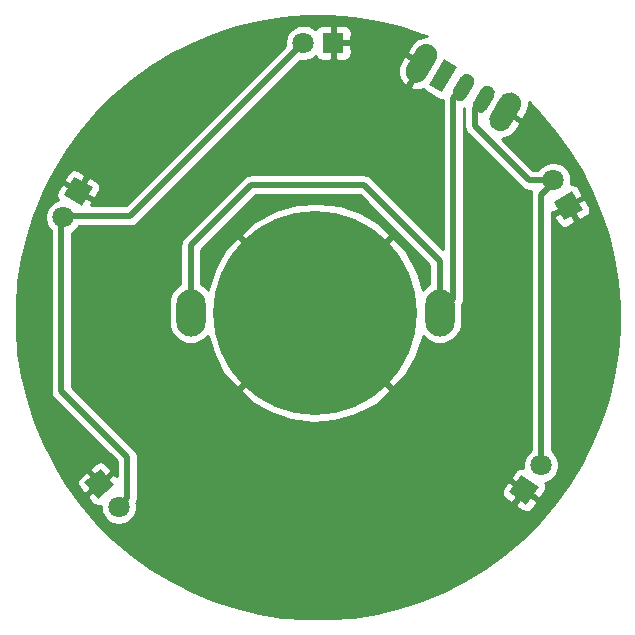
<source format=gbr>
%TF.GenerationSoftware,KiCad,Pcbnew,(5.1.8)-1*%
%TF.CreationDate,2022-03-30T16:06:01-07:00*%
%TF.ProjectId,Alpenglow_Sun_PCB,416c7065-6e67-46c6-9f77-5f53756e5f50,rev?*%
%TF.SameCoordinates,Original*%
%TF.FileFunction,Copper,L2,Bot*%
%TF.FilePolarity,Positive*%
%FSLAX46Y46*%
G04 Gerber Fmt 4.6, Leading zero omitted, Abs format (unit mm)*
G04 Created by KiCad (PCBNEW (5.1.8)-1) date 2022-03-30 16:06:01*
%MOMM*%
%LPD*%
G01*
G04 APERTURE LIST*
%TA.AperFunction,ComponentPad*%
%ADD10R,1.800000X1.800000*%
%TD*%
%TA.AperFunction,ComponentPad*%
%ADD11C,1.800000*%
%TD*%
%TA.AperFunction,ComponentPad*%
%ADD12C,0.100000*%
%TD*%
%TA.AperFunction,SMDPad,CuDef*%
%ADD13C,17.272000*%
%TD*%
%TA.AperFunction,ComponentPad*%
%ADD14O,2.500000X4.000000*%
%TD*%
%TA.AperFunction,Conductor*%
%ADD15C,0.508000*%
%TD*%
%TA.AperFunction,Conductor*%
%ADD16C,0.254000*%
%TD*%
%TA.AperFunction,Conductor*%
%ADD17C,0.100000*%
%TD*%
G04 APERTURE END LIST*
D10*
%TO.P,D1,1*%
%TO.N,GND*%
X153924000Y-66548000D03*
D11*
%TO.P,D1,2*%
%TO.N,Net-(D1-Pad2)*%
X151384000Y-66548000D03*
%TD*%
%TA.AperFunction,ComponentPad*%
D12*
%TO.P,D3,1*%
%TO.N,GND*%
G36*
X175041623Y-80695023D02*
G01*
X173482777Y-81595023D01*
X172582777Y-80036177D01*
X174141623Y-79136177D01*
X175041623Y-80695023D01*
G37*
%TD.AperFunction*%
D11*
%TO.P,D3,2*%
%TO.N,Net-(D1-Pad2)*%
X172542200Y-78165895D03*
%TD*%
%TA.AperFunction,ComponentPad*%
D12*
%TO.P,D2,1*%
%TO.N,GND*%
G36*
X132004577Y-77891577D02*
G01*
X133563423Y-78791577D01*
X132663423Y-80350423D01*
X131104577Y-79450423D01*
X132004577Y-77891577D01*
G37*
%TD.AperFunction*%
D11*
%TO.P,D2,2*%
%TO.N,Net-(D1-Pad2)*%
X131064000Y-81320705D03*
%TD*%
%TA.AperFunction,ComponentPad*%
D12*
%TO.P,D4,1*%
%TO.N,GND*%
G36*
X132844051Y-103775069D02*
G01*
X134222931Y-102618051D01*
X135379949Y-103996931D01*
X134001069Y-105153949D01*
X132844051Y-103775069D01*
G37*
%TD.AperFunction*%
D11*
%TO.P,D4,2*%
%TO.N,Net-(D1-Pad2)*%
X135744681Y-105831753D03*
%TD*%
%TA.AperFunction,ComponentPad*%
D12*
%TO.P,D5,1*%
%TO.N,GND*%
G36*
X170274018Y-105647456D02*
G01*
X168799544Y-104615018D01*
X169831982Y-103140544D01*
X171306456Y-104172982D01*
X170274018Y-105647456D01*
G37*
%TD.AperFunction*%
D11*
%TO.P,D5,2*%
%TO.N,Net-(D1-Pad2)*%
X171509884Y-102313354D03*
%TD*%
%TA.AperFunction,ComponentPad*%
D12*
%TO.P,SW1,1*%
%TO.N,Net-(SW1-Pad1)*%
G36*
X162007083Y-70099532D02*
G01*
X163257083Y-67934468D01*
X164382917Y-68584468D01*
X163132917Y-70749532D01*
X162007083Y-70099532D01*
G37*
%TD.AperFunction*%
%TO.P,SW1,2*%
%TO.N,VCC*%
%TA.AperFunction,ComponentPad*%
G36*
G01*
X164064134Y-70536615D02*
X164664134Y-69497385D01*
G75*
G02*
X165552051Y-69259468I562917J-325000D01*
G01*
X165552051Y-69259468D01*
G75*
G02*
X165789968Y-70147385I-325000J-562917D01*
G01*
X165189968Y-71186615D01*
G75*
G02*
X164302051Y-71424532I-562917J325000D01*
G01*
X164302051Y-71424532D01*
G75*
G02*
X164064134Y-70536615I325000J562917D01*
G01*
G37*
%TD.AperFunction*%
%TO.P,SW1,3*%
%TO.N,Net-(D1-Pad2)*%
%TA.AperFunction,ComponentPad*%
G36*
G01*
X165796185Y-71536615D02*
X166396185Y-70497385D01*
G75*
G02*
X167284102Y-70259468I562917J-325000D01*
G01*
X167284102Y-70259468D01*
G75*
G02*
X167522019Y-71147385I-325000J-562917D01*
G01*
X166922019Y-72186615D01*
G75*
G02*
X166034102Y-72424532I-562917J325000D01*
G01*
X166034102Y-72424532D01*
G75*
G02*
X165796185Y-71536615I325000J562917D01*
G01*
G37*
%TD.AperFunction*%
%TO.P,SW1,*%
%TO.N,GND*%
%TA.AperFunction,ComponentPad*%
G36*
G01*
X160153623Y-68509820D02*
X160953623Y-67124180D01*
G75*
G02*
X162251347Y-66776456I822724J-475000D01*
G01*
X162251347Y-66776456D01*
G75*
G02*
X162599071Y-68074180I-475000J-822724D01*
G01*
X161799071Y-69459820D01*
G75*
G02*
X160501347Y-69807544I-822724J475000D01*
G01*
X160501347Y-69807544D01*
G75*
G02*
X160153623Y-68509820I475000J822724D01*
G01*
G37*
%TD.AperFunction*%
%TA.AperFunction,ComponentPad*%
G36*
G01*
X167255031Y-72609820D02*
X168055031Y-71224180D01*
G75*
G02*
X169352755Y-70876456I822724J-475000D01*
G01*
X169352755Y-70876456D01*
G75*
G02*
X169700479Y-72174180I-475000J-822724D01*
G01*
X168900479Y-73559820D01*
G75*
G02*
X167602755Y-73907544I-822724J475000D01*
G01*
X167602755Y-73907544D01*
G75*
G02*
X167255031Y-72609820I475000J822724D01*
G01*
G37*
%TD.AperFunction*%
%TD*%
D13*
%TO.P,BT1,2*%
%TO.N,GND*%
X152400000Y-89408000D03*
D14*
%TO.P,BT1,1*%
%TO.N,VCC*%
X162941000Y-89408000D03*
X141859000Y-89408000D03*
%TD*%
D15*
%TO.N,VCC*%
X162941000Y-85013800D02*
X162941000Y-89408000D01*
X156514800Y-78587600D02*
X162941000Y-85013800D01*
X141859000Y-83693000D02*
X146964400Y-78587600D01*
X146964400Y-78587600D02*
X156514800Y-78587600D01*
X141859000Y-89408000D02*
X141859000Y-83693000D01*
X164084000Y-88265000D02*
X162941000Y-89408000D01*
X164084000Y-71185051D02*
X164084000Y-88265000D01*
X164927051Y-70342000D02*
X164084000Y-71185051D01*
%TO.N,Net-(D1-Pad2)*%
X130877116Y-81201646D02*
X130877116Y-96028316D01*
X136468883Y-105066647D02*
X135568884Y-105966646D01*
X136468883Y-101620083D02*
X136468883Y-105066647D01*
X130877116Y-96028316D02*
X136468883Y-101620083D01*
X171509884Y-79419682D02*
X172738319Y-78191247D01*
X171509884Y-102313354D02*
X171509884Y-79419682D01*
X136730354Y-81201646D02*
X151384000Y-66548000D01*
X130877116Y-81201646D02*
X136730354Y-81201646D01*
D16*
X165912800Y-72088302D02*
X166659102Y-71342000D01*
D15*
X170494847Y-78191247D02*
X165912800Y-73609200D01*
X165912800Y-73609200D02*
X165912800Y-72088302D01*
X172738319Y-78191247D02*
X170494847Y-78191247D01*
%TD*%
D16*
%TO.N,GND*%
X155602084Y-64451553D02*
X157580793Y-64764950D01*
X159528813Y-65232628D01*
X161434134Y-65851705D01*
X161820203Y-66011620D01*
X161799410Y-66009267D01*
X161488791Y-66035318D01*
X161189222Y-66121466D01*
X160912216Y-66264402D01*
X160668418Y-66458633D01*
X160467197Y-66696694D01*
X160067197Y-67389515D01*
X161329862Y-68118515D01*
X161339862Y-68101194D01*
X161559832Y-68228194D01*
X161549832Y-68245515D01*
X161567153Y-68255515D01*
X161440153Y-68475485D01*
X161422832Y-68465485D01*
X160376040Y-70278582D01*
X160528725Y-70505301D01*
X160643550Y-70539683D01*
X160953284Y-70574733D01*
X161263903Y-70548682D01*
X161496948Y-70481664D01*
X161500867Y-70487966D01*
X161586373Y-70579260D01*
X161688047Y-70652119D01*
X162813881Y-71302119D01*
X162927816Y-71353742D01*
X163049632Y-71382145D01*
X163174649Y-71386238D01*
X163195000Y-71382878D01*
X163195001Y-84010565D01*
X157174299Y-77989864D01*
X157146459Y-77955941D01*
X157011091Y-77844847D01*
X156856651Y-77762297D01*
X156689074Y-77711464D01*
X156558467Y-77698600D01*
X156558460Y-77698600D01*
X156514800Y-77694300D01*
X156471140Y-77698600D01*
X147008060Y-77698600D01*
X146964400Y-77694300D01*
X146920740Y-77698600D01*
X146920733Y-77698600D01*
X146806725Y-77709829D01*
X146790125Y-77711464D01*
X146768078Y-77718152D01*
X146622549Y-77762297D01*
X146468109Y-77844847D01*
X146332741Y-77955941D01*
X146304906Y-77989858D01*
X141261259Y-83033506D01*
X141227342Y-83061341D01*
X141199507Y-83095258D01*
X141199505Y-83095260D01*
X141116248Y-83196709D01*
X141033698Y-83351148D01*
X140982864Y-83518726D01*
X140965700Y-83693000D01*
X140970001Y-83736670D01*
X140970000Y-86995802D01*
X140806683Y-87083097D01*
X140519655Y-87318655D01*
X140284097Y-87605683D01*
X140109061Y-87933153D01*
X140001275Y-88288477D01*
X139974000Y-88565404D01*
X139974000Y-90250597D01*
X140001275Y-90527524D01*
X140109062Y-90882848D01*
X140284098Y-91210317D01*
X140519656Y-91497345D01*
X140806684Y-91732903D01*
X141134153Y-91907939D01*
X141489477Y-92015725D01*
X141859000Y-92052120D01*
X142228524Y-92015725D01*
X142583848Y-91907939D01*
X142911317Y-91732903D01*
X143198345Y-91497345D01*
X143318759Y-91350620D01*
X143704712Y-92751228D01*
X144524021Y-94383355D01*
X144789364Y-94780470D01*
X145835767Y-95792628D01*
X152220395Y-89408000D01*
X145835767Y-83023372D01*
X144789364Y-84035530D01*
X143887484Y-85623522D01*
X143312735Y-87356949D01*
X143301811Y-87444729D01*
X143198345Y-87318655D01*
X142911317Y-87083097D01*
X142748000Y-86995802D01*
X142748000Y-84061235D01*
X143965468Y-82843767D01*
X146015372Y-82843767D01*
X152400000Y-89228395D01*
X158784628Y-82843767D01*
X157772470Y-81797364D01*
X156184478Y-80895484D01*
X154451051Y-80320735D01*
X152638803Y-80095204D01*
X150817378Y-80227558D01*
X149056772Y-80712712D01*
X147424645Y-81532021D01*
X147027530Y-81797364D01*
X146015372Y-82843767D01*
X143965468Y-82843767D01*
X147332636Y-79476600D01*
X156146565Y-79476600D01*
X162052000Y-85382036D01*
X162052000Y-86995802D01*
X161888683Y-87083097D01*
X161601655Y-87318655D01*
X161481241Y-87465380D01*
X161095288Y-86064772D01*
X160275979Y-84432645D01*
X160010636Y-84035530D01*
X158964233Y-83023372D01*
X152579605Y-89408000D01*
X158964233Y-95792628D01*
X160010636Y-94780470D01*
X160912516Y-93192478D01*
X161487265Y-91459051D01*
X161498189Y-91371270D01*
X161601656Y-91497345D01*
X161888684Y-91732903D01*
X162216153Y-91907939D01*
X162571477Y-92015725D01*
X162941000Y-92052120D01*
X163310524Y-92015725D01*
X163665848Y-91907939D01*
X163993317Y-91732903D01*
X164280345Y-91497345D01*
X164515903Y-91210317D01*
X164690939Y-90882848D01*
X164798725Y-90527524D01*
X164826000Y-90250597D01*
X164826000Y-88762209D01*
X164826753Y-88761291D01*
X164909303Y-88606851D01*
X164929296Y-88540942D01*
X164960136Y-88439276D01*
X164963406Y-88406076D01*
X164973000Y-88308667D01*
X164973000Y-88308661D01*
X164977300Y-88265001D01*
X164973000Y-88221341D01*
X164973000Y-72104409D01*
X165023801Y-72085289D01*
X165023800Y-73565540D01*
X165019500Y-73609200D01*
X165023800Y-73652860D01*
X165023800Y-73652866D01*
X165036664Y-73783473D01*
X165087497Y-73951050D01*
X165170047Y-74105490D01*
X165281141Y-74240859D01*
X165315064Y-74268699D01*
X169835353Y-78788989D01*
X169863188Y-78822906D01*
X169998556Y-78934000D01*
X170152996Y-79016550D01*
X170247605Y-79045249D01*
X170320572Y-79067383D01*
X170338920Y-79069190D01*
X170451180Y-79080247D01*
X170451186Y-79080247D01*
X170494846Y-79084547D01*
X170538506Y-79080247D01*
X170683849Y-79080247D01*
X170633748Y-79245408D01*
X170616584Y-79419682D01*
X170620885Y-79463352D01*
X170620884Y-101061237D01*
X170531379Y-101121042D01*
X170317572Y-101334849D01*
X170149585Y-101586259D01*
X170033873Y-101865611D01*
X169974884Y-102162170D01*
X169974884Y-102464538D01*
X169986507Y-102522972D01*
X169970086Y-102517597D01*
X169845901Y-102502624D01*
X169721182Y-102512166D01*
X169600721Y-102545856D01*
X169489146Y-102602399D01*
X169390747Y-102679624D01*
X169309304Y-102774561D01*
X168959501Y-103279487D01*
X168998486Y-103500583D01*
X170021812Y-104217123D01*
X170033283Y-104200740D01*
X170241349Y-104346429D01*
X170229877Y-104362812D01*
X171253202Y-105079352D01*
X171474298Y-105040367D01*
X171829134Y-104538965D01*
X171890491Y-104429963D01*
X171929403Y-104311086D01*
X171944376Y-104186901D01*
X171934834Y-104062182D01*
X171901144Y-103941721D01*
X171844601Y-103830146D01*
X171832179Y-103814318D01*
X171957627Y-103789365D01*
X172236979Y-103673653D01*
X172488389Y-103505666D01*
X172702196Y-103291859D01*
X172870183Y-103040449D01*
X172985895Y-102761097D01*
X173044884Y-102464538D01*
X173044884Y-102162170D01*
X172985895Y-101865611D01*
X172870183Y-101586259D01*
X172702196Y-101334849D01*
X172488389Y-101121042D01*
X172398884Y-101061237D01*
X172398884Y-81380567D01*
X172625726Y-81380567D01*
X172930191Y-81914059D01*
X173003049Y-82015733D01*
X173094343Y-82101240D01*
X173200566Y-82167292D01*
X173317632Y-82211353D01*
X173441045Y-82231728D01*
X173566062Y-82227637D01*
X173687879Y-82199233D01*
X173801813Y-82147609D01*
X174332233Y-81837824D01*
X174390340Y-81620967D01*
X173765715Y-80539085D01*
X172683833Y-81163710D01*
X172625726Y-81380567D01*
X172398884Y-81380567D01*
X172398884Y-80901417D01*
X172556833Y-80943740D01*
X173477686Y-80412085D01*
X173985685Y-80412085D01*
X174610310Y-81493967D01*
X174827167Y-81552074D01*
X175360659Y-81247609D01*
X175462333Y-81174751D01*
X175547840Y-81083457D01*
X175613892Y-80977234D01*
X175657953Y-80860168D01*
X175678328Y-80736755D01*
X175674237Y-80611738D01*
X175645833Y-80489921D01*
X175594209Y-80375987D01*
X175284424Y-79845567D01*
X175067567Y-79787460D01*
X173985685Y-80412085D01*
X173477686Y-80412085D01*
X173638715Y-80319115D01*
X173628715Y-80301794D01*
X173848685Y-80174794D01*
X173858685Y-80192115D01*
X174940567Y-79567490D01*
X174998674Y-79350633D01*
X174694209Y-78817141D01*
X174621351Y-78715467D01*
X174530057Y-78629960D01*
X174423834Y-78563908D01*
X174306768Y-78519847D01*
X174183355Y-78499472D01*
X174058338Y-78503563D01*
X174039219Y-78508021D01*
X174077200Y-78317079D01*
X174077200Y-78014711D01*
X174018211Y-77718152D01*
X173902499Y-77438800D01*
X173734512Y-77187390D01*
X173520705Y-76973583D01*
X173269295Y-76805596D01*
X172989943Y-76689884D01*
X172693384Y-76630895D01*
X172391016Y-76630895D01*
X172094457Y-76689884D01*
X171815105Y-76805596D01*
X171563695Y-76973583D01*
X171349888Y-77187390D01*
X171273143Y-77302247D01*
X170863083Y-77302247D01*
X168221572Y-74660737D01*
X168365311Y-74648682D01*
X168664880Y-74562534D01*
X168941886Y-74419598D01*
X169185684Y-74225367D01*
X169386905Y-73987306D01*
X169786905Y-73294485D01*
X168524240Y-72565485D01*
X168514240Y-72582806D01*
X168294270Y-72455806D01*
X168304270Y-72438485D01*
X168286949Y-72428485D01*
X168413949Y-72208515D01*
X168431270Y-72218515D01*
X168441270Y-72201194D01*
X168661240Y-72328194D01*
X168651240Y-72345515D01*
X169913905Y-73074515D01*
X170313905Y-72381694D01*
X170419462Y-72088401D01*
X170465772Y-71780150D01*
X170456672Y-71587621D01*
X171338925Y-72469874D01*
X172640012Y-73993251D01*
X173817565Y-75614014D01*
X174864325Y-77322171D01*
X175773837Y-79107190D01*
X176540495Y-80958066D01*
X177159572Y-82863387D01*
X177627250Y-84811407D01*
X177940647Y-86790116D01*
X178097829Y-88787313D01*
X178097829Y-90790687D01*
X177940647Y-92787884D01*
X177627250Y-94766593D01*
X177159572Y-96714613D01*
X176540495Y-98619934D01*
X175773837Y-100470810D01*
X174864325Y-102255829D01*
X173817565Y-103963986D01*
X172640012Y-105584749D01*
X171338925Y-107108126D01*
X169922326Y-108524725D01*
X168398949Y-109825812D01*
X166778186Y-111003365D01*
X165070029Y-112050125D01*
X163285010Y-112959637D01*
X161434134Y-113726295D01*
X159528813Y-114345372D01*
X157580793Y-114813050D01*
X155602084Y-115126447D01*
X153604887Y-115283629D01*
X151601513Y-115283629D01*
X149604316Y-115126447D01*
X147625607Y-114813050D01*
X145677587Y-114345372D01*
X143772266Y-113726295D01*
X141921390Y-112959637D01*
X140136371Y-112050125D01*
X138428214Y-111003365D01*
X136807451Y-109825812D01*
X135284074Y-108524725D01*
X133867475Y-107108126D01*
X132566388Y-105584749D01*
X131388835Y-103963986D01*
X131238988Y-103719457D01*
X132208407Y-103719457D01*
X132209772Y-103844533D01*
X132235511Y-103966941D01*
X132284636Y-104081974D01*
X132355260Y-104185214D01*
X132752445Y-104653782D01*
X132976097Y-104673349D01*
X133933078Y-103870346D01*
X133130076Y-102913365D01*
X132906424Y-102893798D01*
X132433906Y-103286277D01*
X132346428Y-103375685D01*
X132278074Y-103480440D01*
X132231470Y-103596518D01*
X132208407Y-103719457D01*
X131238988Y-103719457D01*
X130644964Y-102750097D01*
X133324651Y-102750097D01*
X134127654Y-103707078D01*
X135084635Y-102904076D01*
X135104202Y-102680424D01*
X134711723Y-102207906D01*
X134622315Y-102120428D01*
X134517560Y-102052074D01*
X134401482Y-102005470D01*
X134278543Y-101982407D01*
X134153467Y-101983772D01*
X134031059Y-102009511D01*
X133916026Y-102058636D01*
X133812786Y-102129260D01*
X133344218Y-102526445D01*
X133324651Y-102750097D01*
X130644964Y-102750097D01*
X130342075Y-102255829D01*
X129432563Y-100470810D01*
X128665905Y-98619934D01*
X128046828Y-96714613D01*
X127579150Y-94766593D01*
X127265753Y-92787884D01*
X127108571Y-90790687D01*
X127108571Y-88787313D01*
X127265753Y-86790116D01*
X127579150Y-84811407D01*
X128046828Y-82863387D01*
X128597199Y-81169521D01*
X129529000Y-81169521D01*
X129529000Y-81471889D01*
X129587989Y-81768448D01*
X129703701Y-82047800D01*
X129871688Y-82299210D01*
X129988116Y-82415638D01*
X129988117Y-95984646D01*
X129983816Y-96028316D01*
X130000980Y-96202590D01*
X130051814Y-96370168D01*
X130134364Y-96524607D01*
X130245458Y-96659975D01*
X130279375Y-96687810D01*
X135579883Y-101988319D01*
X135579883Y-103246016D01*
X135471555Y-103118218D01*
X135247903Y-103098651D01*
X134290922Y-103901654D01*
X134303777Y-103916974D01*
X134109202Y-104080243D01*
X134096346Y-104064922D01*
X133139365Y-104867924D01*
X133119798Y-105091576D01*
X133512277Y-105564094D01*
X133601685Y-105651572D01*
X133706440Y-105719926D01*
X133822518Y-105766530D01*
X133945457Y-105789593D01*
X134070533Y-105788228D01*
X134192941Y-105762489D01*
X134209681Y-105755340D01*
X134209681Y-105982937D01*
X134268670Y-106279496D01*
X134384382Y-106558848D01*
X134552369Y-106810258D01*
X134766176Y-107024065D01*
X135017586Y-107192052D01*
X135296938Y-107307764D01*
X135593497Y-107366753D01*
X135895865Y-107366753D01*
X136192424Y-107307764D01*
X136471776Y-107192052D01*
X136723186Y-107024065D01*
X136936993Y-106810258D01*
X137104980Y-106558848D01*
X137220692Y-106279496D01*
X137279681Y-105982937D01*
X137279681Y-105680569D01*
X137262502Y-105594202D01*
X169367648Y-105594202D01*
X169406633Y-105815298D01*
X169908035Y-106170134D01*
X170017037Y-106231491D01*
X170135914Y-106270403D01*
X170260099Y-106285376D01*
X170384818Y-106275834D01*
X170505279Y-106242144D01*
X170616854Y-106185601D01*
X170715253Y-106108376D01*
X170796696Y-106013439D01*
X171146499Y-105508513D01*
X171107514Y-105287417D01*
X170084188Y-104570877D01*
X169367648Y-105594202D01*
X137262502Y-105594202D01*
X137244174Y-105502063D01*
X137294186Y-105408498D01*
X137330915Y-105287417D01*
X137345019Y-105240922D01*
X137355186Y-105137696D01*
X137357883Y-105110314D01*
X137357883Y-105110307D01*
X137362183Y-105066647D01*
X137357883Y-105022987D01*
X137357883Y-104601099D01*
X168161624Y-104601099D01*
X168171166Y-104725818D01*
X168204856Y-104846279D01*
X168261399Y-104957854D01*
X168338624Y-105056253D01*
X168433561Y-105137696D01*
X168938487Y-105487499D01*
X169159583Y-105448514D01*
X169876123Y-104425188D01*
X168852798Y-103708648D01*
X168631702Y-103747633D01*
X168276866Y-104249035D01*
X168215509Y-104358037D01*
X168176597Y-104476914D01*
X168161624Y-104601099D01*
X137357883Y-104601099D01*
X137357883Y-101663743D01*
X137362183Y-101620083D01*
X137357883Y-101576423D01*
X137357883Y-101576416D01*
X137345019Y-101445809D01*
X137294186Y-101278232D01*
X137211636Y-101123792D01*
X137100542Y-100988424D01*
X137066626Y-100960590D01*
X132078269Y-95972233D01*
X146015372Y-95972233D01*
X147027530Y-97018636D01*
X148615522Y-97920516D01*
X150348949Y-98495265D01*
X152161197Y-98720796D01*
X153982622Y-98588442D01*
X155743228Y-98103288D01*
X157375355Y-97283979D01*
X157772470Y-97018636D01*
X158784628Y-95972233D01*
X152400000Y-89587605D01*
X146015372Y-95972233D01*
X132078269Y-95972233D01*
X131766116Y-95660081D01*
X131766116Y-82691351D01*
X131791095Y-82681004D01*
X132042505Y-82513017D01*
X132256312Y-82299210D01*
X132395670Y-82090646D01*
X136686694Y-82090646D01*
X136730354Y-82094946D01*
X136774014Y-82090646D01*
X136774021Y-82090646D01*
X136904628Y-82077782D01*
X137072205Y-82026949D01*
X137226645Y-81944399D01*
X137362013Y-81833305D01*
X137389853Y-81799382D01*
X150285385Y-68903850D01*
X159388330Y-68903850D01*
X159403047Y-69215212D01*
X159478225Y-69517720D01*
X159610974Y-69799750D01*
X159796195Y-70050462D01*
X159883383Y-70132713D01*
X160156070Y-70151582D01*
X161202862Y-68338485D01*
X159940197Y-67609485D01*
X159540197Y-68302306D01*
X159434640Y-68595599D01*
X159388330Y-68903850D01*
X150285385Y-68903850D01*
X151127237Y-68061999D01*
X151232816Y-68083000D01*
X151535184Y-68083000D01*
X151831743Y-68024011D01*
X152111095Y-67908299D01*
X152362505Y-67740312D01*
X152428944Y-67673873D01*
X152434498Y-67692180D01*
X152493463Y-67802494D01*
X152572815Y-67899185D01*
X152669506Y-67978537D01*
X152779820Y-68037502D01*
X152899518Y-68073812D01*
X153024000Y-68086072D01*
X153638250Y-68083000D01*
X153797000Y-67924250D01*
X153797000Y-66675000D01*
X154051000Y-66675000D01*
X154051000Y-67924250D01*
X154209750Y-68083000D01*
X154824000Y-68086072D01*
X154948482Y-68073812D01*
X155068180Y-68037502D01*
X155178494Y-67978537D01*
X155275185Y-67899185D01*
X155354537Y-67802494D01*
X155413502Y-67692180D01*
X155449812Y-67572482D01*
X155462072Y-67448000D01*
X155459000Y-66833750D01*
X155300250Y-66675000D01*
X154051000Y-66675000D01*
X153797000Y-66675000D01*
X153777000Y-66675000D01*
X153777000Y-66421000D01*
X153797000Y-66421000D01*
X153797000Y-65171750D01*
X154051000Y-65171750D01*
X154051000Y-66421000D01*
X155300250Y-66421000D01*
X155459000Y-66262250D01*
X155462072Y-65648000D01*
X155449812Y-65523518D01*
X155413502Y-65403820D01*
X155354537Y-65293506D01*
X155275185Y-65196815D01*
X155178494Y-65117463D01*
X155068180Y-65058498D01*
X154948482Y-65022188D01*
X154824000Y-65009928D01*
X154209750Y-65013000D01*
X154051000Y-65171750D01*
X153797000Y-65171750D01*
X153638250Y-65013000D01*
X153024000Y-65009928D01*
X152899518Y-65022188D01*
X152779820Y-65058498D01*
X152669506Y-65117463D01*
X152572815Y-65196815D01*
X152493463Y-65293506D01*
X152434498Y-65403820D01*
X152428944Y-65422127D01*
X152362505Y-65355688D01*
X152111095Y-65187701D01*
X151831743Y-65071989D01*
X151535184Y-65013000D01*
X151232816Y-65013000D01*
X150936257Y-65071989D01*
X150656905Y-65187701D01*
X150405495Y-65355688D01*
X150191688Y-65569495D01*
X150023701Y-65820905D01*
X149907989Y-66100257D01*
X149849000Y-66396816D01*
X149849000Y-66699184D01*
X149870001Y-66804763D01*
X136362119Y-80312646D01*
X133419643Y-80312646D01*
X133520474Y-80135967D01*
X133462367Y-79919110D01*
X132380485Y-79294485D01*
X132370485Y-79311806D01*
X132150515Y-79184806D01*
X132160515Y-79167485D01*
X131999487Y-79074515D01*
X132507485Y-79074515D01*
X133589367Y-79699140D01*
X133806224Y-79641033D01*
X134116009Y-79110613D01*
X134167633Y-78996679D01*
X134196037Y-78874862D01*
X134200128Y-78749845D01*
X134179753Y-78626432D01*
X134135692Y-78509366D01*
X134069640Y-78403143D01*
X133984133Y-78311849D01*
X133882459Y-78238991D01*
X133348967Y-77934526D01*
X133132110Y-77992633D01*
X132507485Y-79074515D01*
X131999487Y-79074515D01*
X131078633Y-78542860D01*
X130861776Y-78600967D01*
X130551991Y-79131387D01*
X130500367Y-79245321D01*
X130471963Y-79367138D01*
X130467872Y-79492155D01*
X130488247Y-79615568D01*
X130532308Y-79732634D01*
X130598360Y-79838857D01*
X130607301Y-79848404D01*
X130336905Y-79960406D01*
X130085495Y-80128393D01*
X129871688Y-80342200D01*
X129703701Y-80593610D01*
X129587989Y-80872962D01*
X129529000Y-81169521D01*
X128597199Y-81169521D01*
X128665905Y-80958066D01*
X129432563Y-79107190D01*
X129942677Y-78106033D01*
X131147526Y-78106033D01*
X131205633Y-78322890D01*
X132287515Y-78947515D01*
X132912140Y-77865633D01*
X132854033Y-77648776D01*
X132323613Y-77338991D01*
X132209679Y-77287367D01*
X132087862Y-77258963D01*
X131962845Y-77254872D01*
X131839432Y-77275247D01*
X131722366Y-77319308D01*
X131616143Y-77385360D01*
X131524849Y-77470867D01*
X131451991Y-77572541D01*
X131147526Y-78106033D01*
X129942677Y-78106033D01*
X130342075Y-77322171D01*
X131388835Y-75614014D01*
X132566388Y-73993251D01*
X133867475Y-72469874D01*
X135284074Y-71053275D01*
X136807451Y-69752188D01*
X138428214Y-68574635D01*
X140136371Y-67527875D01*
X141921390Y-66618363D01*
X143772266Y-65851705D01*
X145677587Y-65232628D01*
X147625607Y-64764950D01*
X149604316Y-64451553D01*
X151601513Y-64294371D01*
X153604887Y-64294371D01*
X155602084Y-64451553D01*
%TA.AperFunction,Conductor*%
D17*
G36*
X155602084Y-64451553D02*
G01*
X157580793Y-64764950D01*
X159528813Y-65232628D01*
X161434134Y-65851705D01*
X161820203Y-66011620D01*
X161799410Y-66009267D01*
X161488791Y-66035318D01*
X161189222Y-66121466D01*
X160912216Y-66264402D01*
X160668418Y-66458633D01*
X160467197Y-66696694D01*
X160067197Y-67389515D01*
X161329862Y-68118515D01*
X161339862Y-68101194D01*
X161559832Y-68228194D01*
X161549832Y-68245515D01*
X161567153Y-68255515D01*
X161440153Y-68475485D01*
X161422832Y-68465485D01*
X160376040Y-70278582D01*
X160528725Y-70505301D01*
X160643550Y-70539683D01*
X160953284Y-70574733D01*
X161263903Y-70548682D01*
X161496948Y-70481664D01*
X161500867Y-70487966D01*
X161586373Y-70579260D01*
X161688047Y-70652119D01*
X162813881Y-71302119D01*
X162927816Y-71353742D01*
X163049632Y-71382145D01*
X163174649Y-71386238D01*
X163195000Y-71382878D01*
X163195001Y-84010565D01*
X157174299Y-77989864D01*
X157146459Y-77955941D01*
X157011091Y-77844847D01*
X156856651Y-77762297D01*
X156689074Y-77711464D01*
X156558467Y-77698600D01*
X156558460Y-77698600D01*
X156514800Y-77694300D01*
X156471140Y-77698600D01*
X147008060Y-77698600D01*
X146964400Y-77694300D01*
X146920740Y-77698600D01*
X146920733Y-77698600D01*
X146806725Y-77709829D01*
X146790125Y-77711464D01*
X146768078Y-77718152D01*
X146622549Y-77762297D01*
X146468109Y-77844847D01*
X146332741Y-77955941D01*
X146304906Y-77989858D01*
X141261259Y-83033506D01*
X141227342Y-83061341D01*
X141199507Y-83095258D01*
X141199505Y-83095260D01*
X141116248Y-83196709D01*
X141033698Y-83351148D01*
X140982864Y-83518726D01*
X140965700Y-83693000D01*
X140970001Y-83736670D01*
X140970000Y-86995802D01*
X140806683Y-87083097D01*
X140519655Y-87318655D01*
X140284097Y-87605683D01*
X140109061Y-87933153D01*
X140001275Y-88288477D01*
X139974000Y-88565404D01*
X139974000Y-90250597D01*
X140001275Y-90527524D01*
X140109062Y-90882848D01*
X140284098Y-91210317D01*
X140519656Y-91497345D01*
X140806684Y-91732903D01*
X141134153Y-91907939D01*
X141489477Y-92015725D01*
X141859000Y-92052120D01*
X142228524Y-92015725D01*
X142583848Y-91907939D01*
X142911317Y-91732903D01*
X143198345Y-91497345D01*
X143318759Y-91350620D01*
X143704712Y-92751228D01*
X144524021Y-94383355D01*
X144789364Y-94780470D01*
X145835767Y-95792628D01*
X152220395Y-89408000D01*
X145835767Y-83023372D01*
X144789364Y-84035530D01*
X143887484Y-85623522D01*
X143312735Y-87356949D01*
X143301811Y-87444729D01*
X143198345Y-87318655D01*
X142911317Y-87083097D01*
X142748000Y-86995802D01*
X142748000Y-84061235D01*
X143965468Y-82843767D01*
X146015372Y-82843767D01*
X152400000Y-89228395D01*
X158784628Y-82843767D01*
X157772470Y-81797364D01*
X156184478Y-80895484D01*
X154451051Y-80320735D01*
X152638803Y-80095204D01*
X150817378Y-80227558D01*
X149056772Y-80712712D01*
X147424645Y-81532021D01*
X147027530Y-81797364D01*
X146015372Y-82843767D01*
X143965468Y-82843767D01*
X147332636Y-79476600D01*
X156146565Y-79476600D01*
X162052000Y-85382036D01*
X162052000Y-86995802D01*
X161888683Y-87083097D01*
X161601655Y-87318655D01*
X161481241Y-87465380D01*
X161095288Y-86064772D01*
X160275979Y-84432645D01*
X160010636Y-84035530D01*
X158964233Y-83023372D01*
X152579605Y-89408000D01*
X158964233Y-95792628D01*
X160010636Y-94780470D01*
X160912516Y-93192478D01*
X161487265Y-91459051D01*
X161498189Y-91371270D01*
X161601656Y-91497345D01*
X161888684Y-91732903D01*
X162216153Y-91907939D01*
X162571477Y-92015725D01*
X162941000Y-92052120D01*
X163310524Y-92015725D01*
X163665848Y-91907939D01*
X163993317Y-91732903D01*
X164280345Y-91497345D01*
X164515903Y-91210317D01*
X164690939Y-90882848D01*
X164798725Y-90527524D01*
X164826000Y-90250597D01*
X164826000Y-88762209D01*
X164826753Y-88761291D01*
X164909303Y-88606851D01*
X164929296Y-88540942D01*
X164960136Y-88439276D01*
X164963406Y-88406076D01*
X164973000Y-88308667D01*
X164973000Y-88308661D01*
X164977300Y-88265001D01*
X164973000Y-88221341D01*
X164973000Y-72104409D01*
X165023801Y-72085289D01*
X165023800Y-73565540D01*
X165019500Y-73609200D01*
X165023800Y-73652860D01*
X165023800Y-73652866D01*
X165036664Y-73783473D01*
X165087497Y-73951050D01*
X165170047Y-74105490D01*
X165281141Y-74240859D01*
X165315064Y-74268699D01*
X169835353Y-78788989D01*
X169863188Y-78822906D01*
X169998556Y-78934000D01*
X170152996Y-79016550D01*
X170247605Y-79045249D01*
X170320572Y-79067383D01*
X170338920Y-79069190D01*
X170451180Y-79080247D01*
X170451186Y-79080247D01*
X170494846Y-79084547D01*
X170538506Y-79080247D01*
X170683849Y-79080247D01*
X170633748Y-79245408D01*
X170616584Y-79419682D01*
X170620885Y-79463352D01*
X170620884Y-101061237D01*
X170531379Y-101121042D01*
X170317572Y-101334849D01*
X170149585Y-101586259D01*
X170033873Y-101865611D01*
X169974884Y-102162170D01*
X169974884Y-102464538D01*
X169986507Y-102522972D01*
X169970086Y-102517597D01*
X169845901Y-102502624D01*
X169721182Y-102512166D01*
X169600721Y-102545856D01*
X169489146Y-102602399D01*
X169390747Y-102679624D01*
X169309304Y-102774561D01*
X168959501Y-103279487D01*
X168998486Y-103500583D01*
X170021812Y-104217123D01*
X170033283Y-104200740D01*
X170241349Y-104346429D01*
X170229877Y-104362812D01*
X171253202Y-105079352D01*
X171474298Y-105040367D01*
X171829134Y-104538965D01*
X171890491Y-104429963D01*
X171929403Y-104311086D01*
X171944376Y-104186901D01*
X171934834Y-104062182D01*
X171901144Y-103941721D01*
X171844601Y-103830146D01*
X171832179Y-103814318D01*
X171957627Y-103789365D01*
X172236979Y-103673653D01*
X172488389Y-103505666D01*
X172702196Y-103291859D01*
X172870183Y-103040449D01*
X172985895Y-102761097D01*
X173044884Y-102464538D01*
X173044884Y-102162170D01*
X172985895Y-101865611D01*
X172870183Y-101586259D01*
X172702196Y-101334849D01*
X172488389Y-101121042D01*
X172398884Y-101061237D01*
X172398884Y-81380567D01*
X172625726Y-81380567D01*
X172930191Y-81914059D01*
X173003049Y-82015733D01*
X173094343Y-82101240D01*
X173200566Y-82167292D01*
X173317632Y-82211353D01*
X173441045Y-82231728D01*
X173566062Y-82227637D01*
X173687879Y-82199233D01*
X173801813Y-82147609D01*
X174332233Y-81837824D01*
X174390340Y-81620967D01*
X173765715Y-80539085D01*
X172683833Y-81163710D01*
X172625726Y-81380567D01*
X172398884Y-81380567D01*
X172398884Y-80901417D01*
X172556833Y-80943740D01*
X173477686Y-80412085D01*
X173985685Y-80412085D01*
X174610310Y-81493967D01*
X174827167Y-81552074D01*
X175360659Y-81247609D01*
X175462333Y-81174751D01*
X175547840Y-81083457D01*
X175613892Y-80977234D01*
X175657953Y-80860168D01*
X175678328Y-80736755D01*
X175674237Y-80611738D01*
X175645833Y-80489921D01*
X175594209Y-80375987D01*
X175284424Y-79845567D01*
X175067567Y-79787460D01*
X173985685Y-80412085D01*
X173477686Y-80412085D01*
X173638715Y-80319115D01*
X173628715Y-80301794D01*
X173848685Y-80174794D01*
X173858685Y-80192115D01*
X174940567Y-79567490D01*
X174998674Y-79350633D01*
X174694209Y-78817141D01*
X174621351Y-78715467D01*
X174530057Y-78629960D01*
X174423834Y-78563908D01*
X174306768Y-78519847D01*
X174183355Y-78499472D01*
X174058338Y-78503563D01*
X174039219Y-78508021D01*
X174077200Y-78317079D01*
X174077200Y-78014711D01*
X174018211Y-77718152D01*
X173902499Y-77438800D01*
X173734512Y-77187390D01*
X173520705Y-76973583D01*
X173269295Y-76805596D01*
X172989943Y-76689884D01*
X172693384Y-76630895D01*
X172391016Y-76630895D01*
X172094457Y-76689884D01*
X171815105Y-76805596D01*
X171563695Y-76973583D01*
X171349888Y-77187390D01*
X171273143Y-77302247D01*
X170863083Y-77302247D01*
X168221572Y-74660737D01*
X168365311Y-74648682D01*
X168664880Y-74562534D01*
X168941886Y-74419598D01*
X169185684Y-74225367D01*
X169386905Y-73987306D01*
X169786905Y-73294485D01*
X168524240Y-72565485D01*
X168514240Y-72582806D01*
X168294270Y-72455806D01*
X168304270Y-72438485D01*
X168286949Y-72428485D01*
X168413949Y-72208515D01*
X168431270Y-72218515D01*
X168441270Y-72201194D01*
X168661240Y-72328194D01*
X168651240Y-72345515D01*
X169913905Y-73074515D01*
X170313905Y-72381694D01*
X170419462Y-72088401D01*
X170465772Y-71780150D01*
X170456672Y-71587621D01*
X171338925Y-72469874D01*
X172640012Y-73993251D01*
X173817565Y-75614014D01*
X174864325Y-77322171D01*
X175773837Y-79107190D01*
X176540495Y-80958066D01*
X177159572Y-82863387D01*
X177627250Y-84811407D01*
X177940647Y-86790116D01*
X178097829Y-88787313D01*
X178097829Y-90790687D01*
X177940647Y-92787884D01*
X177627250Y-94766593D01*
X177159572Y-96714613D01*
X176540495Y-98619934D01*
X175773837Y-100470810D01*
X174864325Y-102255829D01*
X173817565Y-103963986D01*
X172640012Y-105584749D01*
X171338925Y-107108126D01*
X169922326Y-108524725D01*
X168398949Y-109825812D01*
X166778186Y-111003365D01*
X165070029Y-112050125D01*
X163285010Y-112959637D01*
X161434134Y-113726295D01*
X159528813Y-114345372D01*
X157580793Y-114813050D01*
X155602084Y-115126447D01*
X153604887Y-115283629D01*
X151601513Y-115283629D01*
X149604316Y-115126447D01*
X147625607Y-114813050D01*
X145677587Y-114345372D01*
X143772266Y-113726295D01*
X141921390Y-112959637D01*
X140136371Y-112050125D01*
X138428214Y-111003365D01*
X136807451Y-109825812D01*
X135284074Y-108524725D01*
X133867475Y-107108126D01*
X132566388Y-105584749D01*
X131388835Y-103963986D01*
X131238988Y-103719457D01*
X132208407Y-103719457D01*
X132209772Y-103844533D01*
X132235511Y-103966941D01*
X132284636Y-104081974D01*
X132355260Y-104185214D01*
X132752445Y-104653782D01*
X132976097Y-104673349D01*
X133933078Y-103870346D01*
X133130076Y-102913365D01*
X132906424Y-102893798D01*
X132433906Y-103286277D01*
X132346428Y-103375685D01*
X132278074Y-103480440D01*
X132231470Y-103596518D01*
X132208407Y-103719457D01*
X131238988Y-103719457D01*
X130644964Y-102750097D01*
X133324651Y-102750097D01*
X134127654Y-103707078D01*
X135084635Y-102904076D01*
X135104202Y-102680424D01*
X134711723Y-102207906D01*
X134622315Y-102120428D01*
X134517560Y-102052074D01*
X134401482Y-102005470D01*
X134278543Y-101982407D01*
X134153467Y-101983772D01*
X134031059Y-102009511D01*
X133916026Y-102058636D01*
X133812786Y-102129260D01*
X133344218Y-102526445D01*
X133324651Y-102750097D01*
X130644964Y-102750097D01*
X130342075Y-102255829D01*
X129432563Y-100470810D01*
X128665905Y-98619934D01*
X128046828Y-96714613D01*
X127579150Y-94766593D01*
X127265753Y-92787884D01*
X127108571Y-90790687D01*
X127108571Y-88787313D01*
X127265753Y-86790116D01*
X127579150Y-84811407D01*
X128046828Y-82863387D01*
X128597199Y-81169521D01*
X129529000Y-81169521D01*
X129529000Y-81471889D01*
X129587989Y-81768448D01*
X129703701Y-82047800D01*
X129871688Y-82299210D01*
X129988116Y-82415638D01*
X129988117Y-95984646D01*
X129983816Y-96028316D01*
X130000980Y-96202590D01*
X130051814Y-96370168D01*
X130134364Y-96524607D01*
X130245458Y-96659975D01*
X130279375Y-96687810D01*
X135579883Y-101988319D01*
X135579883Y-103246016D01*
X135471555Y-103118218D01*
X135247903Y-103098651D01*
X134290922Y-103901654D01*
X134303777Y-103916974D01*
X134109202Y-104080243D01*
X134096346Y-104064922D01*
X133139365Y-104867924D01*
X133119798Y-105091576D01*
X133512277Y-105564094D01*
X133601685Y-105651572D01*
X133706440Y-105719926D01*
X133822518Y-105766530D01*
X133945457Y-105789593D01*
X134070533Y-105788228D01*
X134192941Y-105762489D01*
X134209681Y-105755340D01*
X134209681Y-105982937D01*
X134268670Y-106279496D01*
X134384382Y-106558848D01*
X134552369Y-106810258D01*
X134766176Y-107024065D01*
X135017586Y-107192052D01*
X135296938Y-107307764D01*
X135593497Y-107366753D01*
X135895865Y-107366753D01*
X136192424Y-107307764D01*
X136471776Y-107192052D01*
X136723186Y-107024065D01*
X136936993Y-106810258D01*
X137104980Y-106558848D01*
X137220692Y-106279496D01*
X137279681Y-105982937D01*
X137279681Y-105680569D01*
X137262502Y-105594202D01*
X169367648Y-105594202D01*
X169406633Y-105815298D01*
X169908035Y-106170134D01*
X170017037Y-106231491D01*
X170135914Y-106270403D01*
X170260099Y-106285376D01*
X170384818Y-106275834D01*
X170505279Y-106242144D01*
X170616854Y-106185601D01*
X170715253Y-106108376D01*
X170796696Y-106013439D01*
X171146499Y-105508513D01*
X171107514Y-105287417D01*
X170084188Y-104570877D01*
X169367648Y-105594202D01*
X137262502Y-105594202D01*
X137244174Y-105502063D01*
X137294186Y-105408498D01*
X137330915Y-105287417D01*
X137345019Y-105240922D01*
X137355186Y-105137696D01*
X137357883Y-105110314D01*
X137357883Y-105110307D01*
X137362183Y-105066647D01*
X137357883Y-105022987D01*
X137357883Y-104601099D01*
X168161624Y-104601099D01*
X168171166Y-104725818D01*
X168204856Y-104846279D01*
X168261399Y-104957854D01*
X168338624Y-105056253D01*
X168433561Y-105137696D01*
X168938487Y-105487499D01*
X169159583Y-105448514D01*
X169876123Y-104425188D01*
X168852798Y-103708648D01*
X168631702Y-103747633D01*
X168276866Y-104249035D01*
X168215509Y-104358037D01*
X168176597Y-104476914D01*
X168161624Y-104601099D01*
X137357883Y-104601099D01*
X137357883Y-101663743D01*
X137362183Y-101620083D01*
X137357883Y-101576423D01*
X137357883Y-101576416D01*
X137345019Y-101445809D01*
X137294186Y-101278232D01*
X137211636Y-101123792D01*
X137100542Y-100988424D01*
X137066626Y-100960590D01*
X132078269Y-95972233D01*
X146015372Y-95972233D01*
X147027530Y-97018636D01*
X148615522Y-97920516D01*
X150348949Y-98495265D01*
X152161197Y-98720796D01*
X153982622Y-98588442D01*
X155743228Y-98103288D01*
X157375355Y-97283979D01*
X157772470Y-97018636D01*
X158784628Y-95972233D01*
X152400000Y-89587605D01*
X146015372Y-95972233D01*
X132078269Y-95972233D01*
X131766116Y-95660081D01*
X131766116Y-82691351D01*
X131791095Y-82681004D01*
X132042505Y-82513017D01*
X132256312Y-82299210D01*
X132395670Y-82090646D01*
X136686694Y-82090646D01*
X136730354Y-82094946D01*
X136774014Y-82090646D01*
X136774021Y-82090646D01*
X136904628Y-82077782D01*
X137072205Y-82026949D01*
X137226645Y-81944399D01*
X137362013Y-81833305D01*
X137389853Y-81799382D01*
X150285385Y-68903850D01*
X159388330Y-68903850D01*
X159403047Y-69215212D01*
X159478225Y-69517720D01*
X159610974Y-69799750D01*
X159796195Y-70050462D01*
X159883383Y-70132713D01*
X160156070Y-70151582D01*
X161202862Y-68338485D01*
X159940197Y-67609485D01*
X159540197Y-68302306D01*
X159434640Y-68595599D01*
X159388330Y-68903850D01*
X150285385Y-68903850D01*
X151127237Y-68061999D01*
X151232816Y-68083000D01*
X151535184Y-68083000D01*
X151831743Y-68024011D01*
X152111095Y-67908299D01*
X152362505Y-67740312D01*
X152428944Y-67673873D01*
X152434498Y-67692180D01*
X152493463Y-67802494D01*
X152572815Y-67899185D01*
X152669506Y-67978537D01*
X152779820Y-68037502D01*
X152899518Y-68073812D01*
X153024000Y-68086072D01*
X153638250Y-68083000D01*
X153797000Y-67924250D01*
X153797000Y-66675000D01*
X154051000Y-66675000D01*
X154051000Y-67924250D01*
X154209750Y-68083000D01*
X154824000Y-68086072D01*
X154948482Y-68073812D01*
X155068180Y-68037502D01*
X155178494Y-67978537D01*
X155275185Y-67899185D01*
X155354537Y-67802494D01*
X155413502Y-67692180D01*
X155449812Y-67572482D01*
X155462072Y-67448000D01*
X155459000Y-66833750D01*
X155300250Y-66675000D01*
X154051000Y-66675000D01*
X153797000Y-66675000D01*
X153777000Y-66675000D01*
X153777000Y-66421000D01*
X153797000Y-66421000D01*
X153797000Y-65171750D01*
X154051000Y-65171750D01*
X154051000Y-66421000D01*
X155300250Y-66421000D01*
X155459000Y-66262250D01*
X155462072Y-65648000D01*
X155449812Y-65523518D01*
X155413502Y-65403820D01*
X155354537Y-65293506D01*
X155275185Y-65196815D01*
X155178494Y-65117463D01*
X155068180Y-65058498D01*
X154948482Y-65022188D01*
X154824000Y-65009928D01*
X154209750Y-65013000D01*
X154051000Y-65171750D01*
X153797000Y-65171750D01*
X153638250Y-65013000D01*
X153024000Y-65009928D01*
X152899518Y-65022188D01*
X152779820Y-65058498D01*
X152669506Y-65117463D01*
X152572815Y-65196815D01*
X152493463Y-65293506D01*
X152434498Y-65403820D01*
X152428944Y-65422127D01*
X152362505Y-65355688D01*
X152111095Y-65187701D01*
X151831743Y-65071989D01*
X151535184Y-65013000D01*
X151232816Y-65013000D01*
X150936257Y-65071989D01*
X150656905Y-65187701D01*
X150405495Y-65355688D01*
X150191688Y-65569495D01*
X150023701Y-65820905D01*
X149907989Y-66100257D01*
X149849000Y-66396816D01*
X149849000Y-66699184D01*
X149870001Y-66804763D01*
X136362119Y-80312646D01*
X133419643Y-80312646D01*
X133520474Y-80135967D01*
X133462367Y-79919110D01*
X132380485Y-79294485D01*
X132370485Y-79311806D01*
X132150515Y-79184806D01*
X132160515Y-79167485D01*
X131999487Y-79074515D01*
X132507485Y-79074515D01*
X133589367Y-79699140D01*
X133806224Y-79641033D01*
X134116009Y-79110613D01*
X134167633Y-78996679D01*
X134196037Y-78874862D01*
X134200128Y-78749845D01*
X134179753Y-78626432D01*
X134135692Y-78509366D01*
X134069640Y-78403143D01*
X133984133Y-78311849D01*
X133882459Y-78238991D01*
X133348967Y-77934526D01*
X133132110Y-77992633D01*
X132507485Y-79074515D01*
X131999487Y-79074515D01*
X131078633Y-78542860D01*
X130861776Y-78600967D01*
X130551991Y-79131387D01*
X130500367Y-79245321D01*
X130471963Y-79367138D01*
X130467872Y-79492155D01*
X130488247Y-79615568D01*
X130532308Y-79732634D01*
X130598360Y-79838857D01*
X130607301Y-79848404D01*
X130336905Y-79960406D01*
X130085495Y-80128393D01*
X129871688Y-80342200D01*
X129703701Y-80593610D01*
X129587989Y-80872962D01*
X129529000Y-81169521D01*
X128597199Y-81169521D01*
X128665905Y-80958066D01*
X129432563Y-79107190D01*
X129942677Y-78106033D01*
X131147526Y-78106033D01*
X131205633Y-78322890D01*
X132287515Y-78947515D01*
X132912140Y-77865633D01*
X132854033Y-77648776D01*
X132323613Y-77338991D01*
X132209679Y-77287367D01*
X132087862Y-77258963D01*
X131962845Y-77254872D01*
X131839432Y-77275247D01*
X131722366Y-77319308D01*
X131616143Y-77385360D01*
X131524849Y-77470867D01*
X131451991Y-77572541D01*
X131147526Y-78106033D01*
X129942677Y-78106033D01*
X130342075Y-77322171D01*
X131388835Y-75614014D01*
X132566388Y-73993251D01*
X133867475Y-72469874D01*
X135284074Y-71053275D01*
X136807451Y-69752188D01*
X138428214Y-68574635D01*
X140136371Y-67527875D01*
X141921390Y-66618363D01*
X143772266Y-65851705D01*
X145677587Y-65232628D01*
X147625607Y-64764950D01*
X149604316Y-64451553D01*
X151601513Y-64294371D01*
X153604887Y-64294371D01*
X155602084Y-64451553D01*
G37*
%TD.AperFunction*%
%TD*%
M02*

</source>
